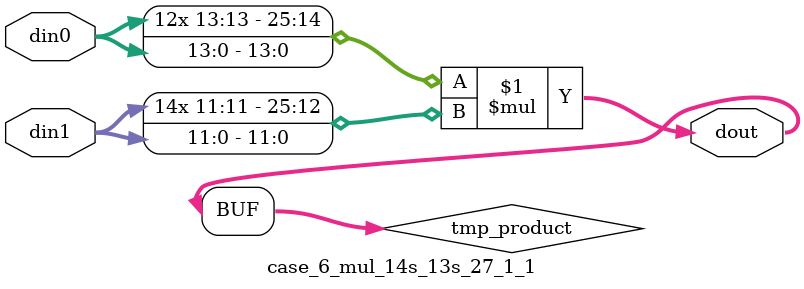
<source format=v>

`timescale 1 ns / 1 ps

 (* use_dsp = "no" *)  module case_6_mul_14s_13s_27_1_1(din0, din1, dout);
parameter ID = 1;
parameter NUM_STAGE = 0;
parameter din0_WIDTH = 14;
parameter din1_WIDTH = 12;
parameter dout_WIDTH = 26;

input [din0_WIDTH - 1 : 0] din0; 
input [din1_WIDTH - 1 : 0] din1; 
output [dout_WIDTH - 1 : 0] dout;

wire signed [dout_WIDTH - 1 : 0] tmp_product;



























assign tmp_product = $signed(din0) * $signed(din1);








assign dout = tmp_product;





















endmodule

</source>
